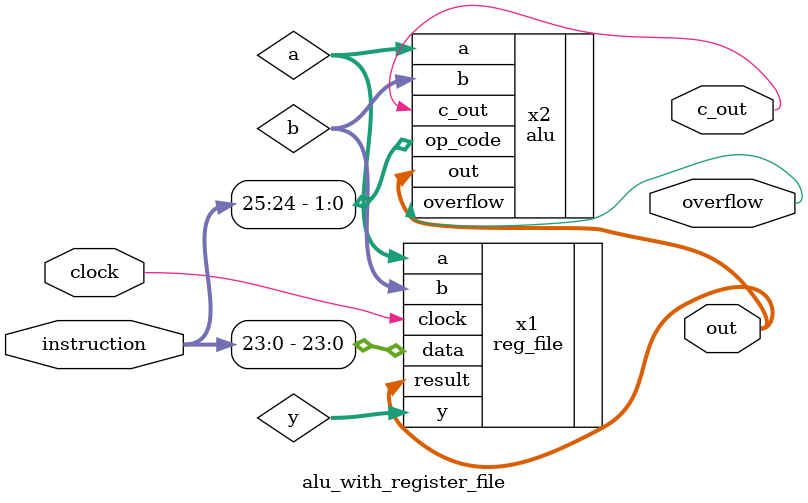
<source format=v>
`timescale 1ns / 1ps


module alu_with_register_file(
	input [25:0] instruction,
	input clock,
	output [15:0] out,
	output overflow,
	output c_out
);
	wire [7:0] a, b, y;
	reg_file x1( .clock(clock), .data( instruction[23:0] ), .result( out ), .a(a), .b(b), .y(y) );
	alu x2( .a(a), .b(b), .op_code( instruction[25:24] ), .out(out), .overflow(overflow), .c_out(c_out) );
	
endmodule

</source>
